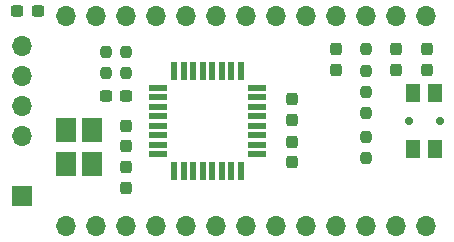
<source format=gts>
G04 #@! TF.GenerationSoftware,KiCad,Pcbnew,(6.0.11)*
G04 #@! TF.CreationDate,2023-03-04T17:47:10+01:00*
G04 #@! TF.ProjectId,ATMEGA328P_AU_BreadboardAdapter,41544d45-4741-4333-9238-505f41555f42,rev?*
G04 #@! TF.SameCoordinates,Original*
G04 #@! TF.FileFunction,Soldermask,Top*
G04 #@! TF.FilePolarity,Negative*
%FSLAX46Y46*%
G04 Gerber Fmt 4.6, Leading zero omitted, Abs format (unit mm)*
G04 Created by KiCad (PCBNEW (6.0.11)) date 2023-03-04 17:47:10*
%MOMM*%
%LPD*%
G01*
G04 APERTURE LIST*
G04 Aperture macros list*
%AMRoundRect*
0 Rectangle with rounded corners*
0 $1 Rounding radius*
0 $2 $3 $4 $5 $6 $7 $8 $9 X,Y pos of 4 corners*
0 Add a 4 corners polygon primitive as box body*
4,1,4,$2,$3,$4,$5,$6,$7,$8,$9,$2,$3,0*
0 Add four circle primitives for the rounded corners*
1,1,$1+$1,$2,$3*
1,1,$1+$1,$4,$5*
1,1,$1+$1,$6,$7*
1,1,$1+$1,$8,$9*
0 Add four rect primitives between the rounded corners*
20,1,$1+$1,$2,$3,$4,$5,0*
20,1,$1+$1,$4,$5,$6,$7,0*
20,1,$1+$1,$6,$7,$8,$9,0*
20,1,$1+$1,$8,$9,$2,$3,0*%
G04 Aperture macros list end*
%ADD10O,1.700000X1.700000*%
%ADD11RoundRect,0.237500X-0.237500X0.250000X-0.237500X-0.250000X0.237500X-0.250000X0.237500X0.250000X0*%
%ADD12RoundRect,0.237500X0.237500X-0.287500X0.237500X0.287500X-0.237500X0.287500X-0.237500X-0.287500X0*%
%ADD13RoundRect,0.237500X0.237500X-0.300000X0.237500X0.300000X-0.237500X0.300000X-0.237500X-0.300000X0*%
%ADD14R,1.725000X2.100000*%
%ADD15RoundRect,0.237500X-0.237500X0.300000X-0.237500X-0.300000X0.237500X-0.300000X0.237500X0.300000X0*%
%ADD16RoundRect,0.237500X0.237500X-0.250000X0.237500X0.250000X-0.237500X0.250000X-0.237500X-0.250000X0*%
%ADD17RoundRect,0.237500X-0.300000X-0.237500X0.300000X-0.237500X0.300000X0.237500X-0.300000X0.237500X0*%
%ADD18R,1.200000X1.600000*%
%ADD19C,0.700000*%
%ADD20R,1.700000X1.700000*%
%ADD21R,1.500000X0.550000*%
%ADD22R,0.550000X1.500000*%
G04 APERTURE END LIST*
D10*
X194030000Y-90780000D03*
X191490000Y-90780000D03*
X188950000Y-90780000D03*
X186410000Y-90780000D03*
X183870000Y-90780000D03*
X181330000Y-90780000D03*
X178790000Y-90780000D03*
X176250000Y-90780000D03*
X173710000Y-90780000D03*
X171170000Y-90780000D03*
X168630000Y-90780000D03*
X166090000Y-90780000D03*
X163550000Y-90780000D03*
X194000000Y-73000000D03*
X191460000Y-73000000D03*
X188920000Y-73000000D03*
X186380000Y-73000000D03*
X183840000Y-73000000D03*
X181300000Y-73000000D03*
X178760000Y-73000000D03*
X176220000Y-73000000D03*
X173680000Y-73000000D03*
X171140000Y-73000000D03*
X168600000Y-73000000D03*
X166060000Y-73000000D03*
X163520000Y-73000000D03*
D11*
X188900000Y-81212500D03*
X188900000Y-79387500D03*
D12*
X191500000Y-75800000D03*
X191500000Y-77550000D03*
X194100000Y-75800000D03*
X194100000Y-77550000D03*
D11*
X188900000Y-83187500D03*
X188900000Y-85012500D03*
X188900000Y-75785000D03*
X188900000Y-77610000D03*
D13*
X168600000Y-84012500D03*
X168600000Y-82287500D03*
D14*
X165725000Y-85500000D03*
X165725000Y-82600000D03*
X163550000Y-82600000D03*
X163550000Y-85500000D03*
D15*
X182650000Y-80032500D03*
X182650000Y-81757500D03*
D16*
X166900000Y-77825000D03*
X166900000Y-76000000D03*
D17*
X159387500Y-72600000D03*
X161112500Y-72600000D03*
D18*
X194802500Y-79540500D03*
X194802500Y-84239500D03*
X192918000Y-79540500D03*
X192918000Y-84239500D03*
D19*
X195162000Y-81890000D03*
X192558500Y-81890000D03*
D15*
X168600000Y-85787500D03*
X168600000Y-87512500D03*
D13*
X182650000Y-85337500D03*
X182650000Y-83612500D03*
D20*
X159800000Y-88240000D03*
D10*
X159800000Y-83160000D03*
X159800000Y-80620000D03*
X159800000Y-78080000D03*
X159800000Y-75540000D03*
D17*
X166887500Y-79750000D03*
X168612500Y-79750000D03*
D21*
X171300000Y-79070000D03*
X171300000Y-79870000D03*
X171300000Y-80670000D03*
X171300000Y-81470000D03*
X171300000Y-82270000D03*
X171300000Y-83070000D03*
X171300000Y-83870000D03*
X171300000Y-84670000D03*
D22*
X172700000Y-86070000D03*
X173500000Y-86070000D03*
X174300000Y-86070000D03*
X175100000Y-86070000D03*
X175900000Y-86070000D03*
X176700000Y-86070000D03*
X177500000Y-86070000D03*
X178300000Y-86070000D03*
D21*
X179700000Y-84670000D03*
X179700000Y-83870000D03*
X179700000Y-83070000D03*
X179700000Y-82270000D03*
X179700000Y-81470000D03*
X179700000Y-80670000D03*
X179700000Y-79870000D03*
X179700000Y-79070000D03*
D22*
X178300000Y-77670000D03*
X177500000Y-77670000D03*
X176700000Y-77670000D03*
X175900000Y-77670000D03*
X175100000Y-77670000D03*
X174300000Y-77670000D03*
X173500000Y-77670000D03*
X172700000Y-77670000D03*
D11*
X168600000Y-76000000D03*
X168600000Y-77825000D03*
D12*
X186350000Y-75800000D03*
X186350000Y-77550000D03*
M02*

</source>
